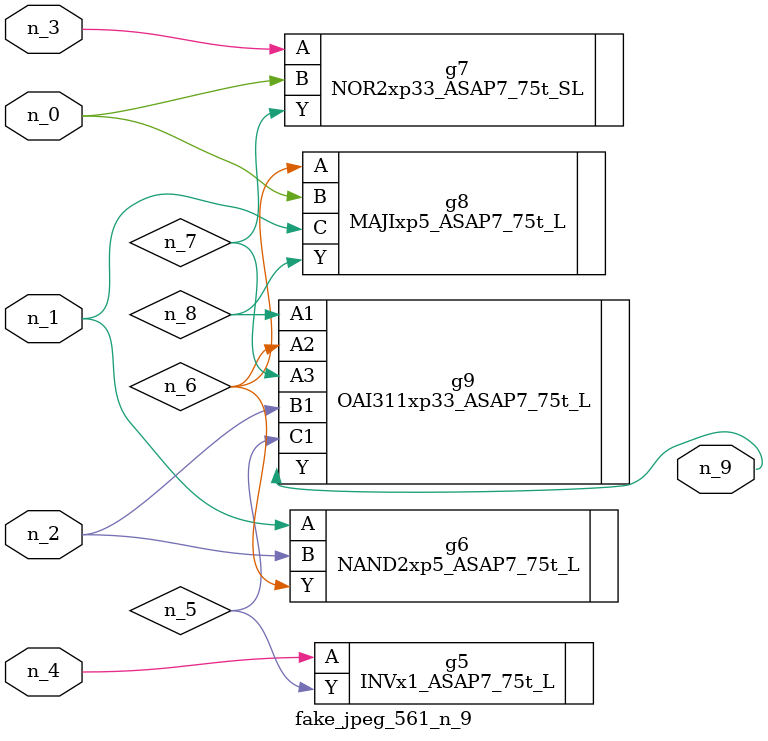
<source format=v>
module fake_jpeg_561_n_9 (n_3, n_2, n_1, n_0, n_4, n_9);

input n_3;
input n_2;
input n_1;
input n_0;
input n_4;

output n_9;

wire n_8;
wire n_6;
wire n_5;
wire n_7;

INVx1_ASAP7_75t_L g5 ( 
.A(n_4),
.Y(n_5)
);

NAND2xp5_ASAP7_75t_L g6 ( 
.A(n_1),
.B(n_2),
.Y(n_6)
);

NOR2xp33_ASAP7_75t_SL g7 ( 
.A(n_3),
.B(n_0),
.Y(n_7)
);

MAJIxp5_ASAP7_75t_L g8 ( 
.A(n_6),
.B(n_0),
.C(n_1),
.Y(n_8)
);

OAI311xp33_ASAP7_75t_L g9 ( 
.A1(n_8),
.A2(n_6),
.A3(n_7),
.B1(n_2),
.C1(n_5),
.Y(n_9)
);


endmodule
</source>
